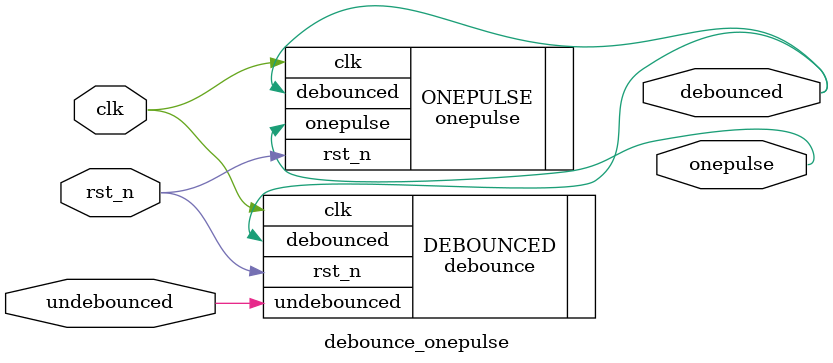
<source format=v>
module debounce_onepulse(
  output onepulse,
  output debounced,
  input  undebounced,
  input  clk,
  input  rst_n
);

  debounce DEBOUNCED(
    .debounced(debounced),
    .undebounced(undebounced),
    .clk      (clk),
    .rst_n    (rst_n)
  );

  onepulse ONEPULSE(
    .onepulse (onepulse),
    .debounced(debounced),
    .clk      (clk),
    .rst_n    (rst_n)
  );

endmodule

</source>
